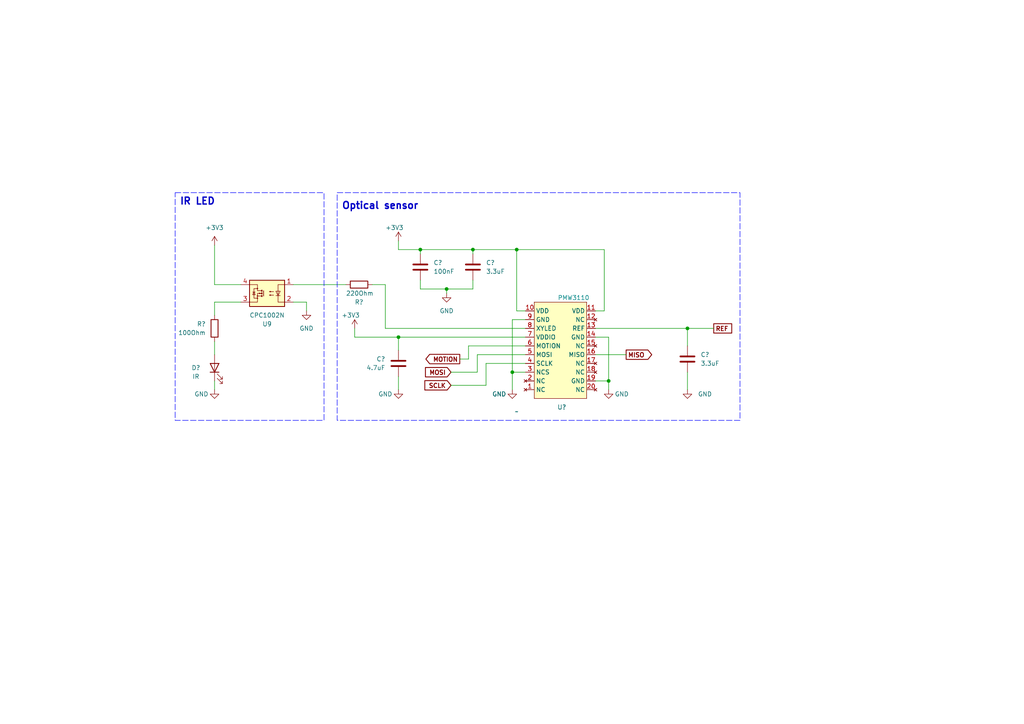
<source format=kicad_sch>
(kicad_sch (version 20230121) (generator eeschema)
  (paper "A4")
  (title_block (title "Optical sensor") (date "2024-01-02") (rev "v1.1") (company "Piotr Zborowski, Łukasz Kus"))
  (lib_symbols
    (symbol "Device:C" (pin_numbers hide) (pin_names (offset 0.254))
      (property "Reference" "C" (at 0.635 2.54 0))
      (property "Value" "C" (at 0.635 -2.54 0))
      (symbol "C_0_1"
        (polyline (pts (xy -2.032 -0.762) (xy 2.032 -0.762)) (stroke (width 0.508)))
        (polyline (pts (xy -2.032 0.762) (xy 2.032 0.762)) (stroke (width 0.508)))
      )
      (symbol "C_1_1"
        (pin passive line (at 0 3.81 270) (length 2.794) (name "~") (number "1"))
        (pin passive line (at 0 -3.81 90) (length 2.794) (name "~") (number "2"))
      )
    )
    (symbol "Device:LED" (pin_numbers hide) (pin_names (offset 1.016) hide)
      (property "Reference" "D" (at 0 2.54 0))
      (property "Value" "LED" (at 0 -2.54 0))
      (symbol "LED_0_1"
        (polyline (pts (xy -1.27 -1.27) (xy -1.27 1.27)) (stroke (width 0.254)))
        (polyline (pts (xy -1.27 0) (xy 1.27 0)))
        (polyline (pts (xy 1.27 -1.27) (xy 1.27 1.27) (xy -1.27 0) (xy 1.27 -1.27)) (stroke (width 0.254)))
        (polyline (pts (xy -3.048 -0.762) (xy -4.572 -2.286) (xy -3.81 -2.286) (xy -4.572 -2.286) (xy -4.572 -1.524)))
        (polyline (pts (xy -1.778 -0.762) (xy -3.302 -2.286) (xy -2.54 -2.286) (xy -3.302 -2.286) (xy -3.302 -1.524)))
      )
      (symbol "LED_1_1"
        (pin passive line (at -3.81 0 0) (length 2.54) (name "K") (number "1"))
        (pin passive line (at 3.81 0 180) (length 2.54) (name "A") (number "2"))
      )
    )
    (symbol "Device:R" (pin_numbers hide) (pin_names (offset 0))
      (property "Reference" "R" (at 2.032 0 90))
      (property "Value" "R" (at 0 0 90))
      (symbol "R_0_1"
        (rectangle (start -1.016 -2.54) (end 1.016 2.54) (stroke (width 0.254)))
      )
      (symbol "R_1_1"
        (pin passive line (at 0 3.81 270) (length 1.27) (name "~") (number "1"))
        (pin passive line (at 0 -3.81 90) (length 1.27) (name "~") (number "2"))
      )
    )
    (symbol "PMW3110:PMW3110"
      (property "Reference" "U3" (at 13.1033 -1.27 0))
      (property "Value" "~" (at 0 0 0))
      (symbol "PMW3110_1_1"
        (rectangle (start 5.08 -3.81) (end 20.32 -31.75) (fill (type background)))
        (text "PMW3110" (at 16.51 -33.02 0) (effects (font (size 1.27 1.27))))
        (pin no_connect line (at 2.54 -6.35 0) (length 2.54) (name "NC") (number "1"))
        (pin power_in line (at 2.54 -29.21 0) (length 2.54) (name "VDD") (number "10"))
        (pin power_in line (at 22.86 -29.21 180) (length 2.54) (name "VDD") (number "11"))
        (pin no_connect line (at 22.86 -26.67 180) (length 2.54) (name "NC") (number "12"))
        (pin power_out line (at 22.86 -24.13 180) (length 2.54) (name "REF") (number "13"))
        (pin passive line (at 22.86 -21.59 180) (length 2.54) (name "GND") (number "14"))
        (pin no_connect line (at 22.86 -19.05 180) (length 2.54) (name "NC") (number "15"))
        (pin output line (at 22.86 -16.51 180) (length 2.54) (name "MISO") (number "16"))
        (pin no_connect line (at 22.86 -13.97 180) (length 2.54) (name "NC") (number "17"))
        (pin no_connect line (at 22.86 -11.43 180) (length 2.54) (name "NC") (number "18"))
        (pin passive line (at 22.86 -8.89 180) (length 2.54) (name "GND") (number "19"))
        (pin no_connect line (at 2.54 -8.89 0) (length 2.54) (name "NC") (number "2"))
        (pin no_connect line (at 22.86 -6.35 180) (length 2.54) (name "NC") (number "20"))
        (pin input line (at 2.54 -11.43 0) (length 2.54) (name "NCS") (number "3"))
        (pin input line (at 2.54 -13.97 0) (length 2.54) (name "SCLK") (number "4"))
        (pin input line (at 2.54 -16.51 0) (length 2.54) (name "MOSI") (number "5"))
        (pin output line (at 2.54 -19.05 0) (length 2.54) (name "MOTION") (number "6"))
        (pin power_in line (at 2.54 -21.59 0) (length 2.54) (name "VDDIO") (number "7"))
        (pin output line (at 2.54 -24.13 0) (length 2.54) (name "XYLED") (number "8"))
        (pin passive line (at 2.54 -26.67 0) (length 2.54) (name "GND") (number "9"))
      )
    )
    (symbol "Relay_SolidState:CPC1002N"
      (property "Reference" "U" (at -5.08 5.08 0))
      (property "Value" "CPC1002N" (at 0 5.08 0))
      (symbol "CPC1002N_0_1"
        (rectangle (start -5.08 3.81) (end 5.08 -3.81) (stroke (width 0.254)) (fill (type background)))
        (polyline (pts (xy -3.81 -0.635) (xy -2.54 -0.635)))
        (polyline (pts (xy 1.016 0.762) (xy 1.016 -0.762)) (stroke (width 0.2032)))
        (polyline (pts (xy 1.524 -0.762) (xy 2.794 -0.762)))
        (polyline (pts (xy 3.429 0.381) (xy 4.191 0.381)))
        (polyline (pts (xy 1.524 -0.635) (xy 1.524 -0.889) (xy 1.524 -0.889)) (stroke (width 0.3556)))
        (polyline (pts (xy 1.524 0.127) (xy 1.524 -0.127) (xy 1.524 -0.127)) (stroke (width 0.3556)))
        (polyline (pts (xy 1.524 0.889) (xy 1.524 0.635) (xy 1.524 0.635)) (stroke (width 0.3556)))
        (polyline (pts (xy -5.08 2.54) (xy -3.175 2.54) (xy -3.175 -2.54) (xy -5.08 -2.54)))
        (polyline (pts (xy -3.175 -0.635) (xy -3.81 0.635) (xy -2.54 0.635) (xy -3.175 -0.635)))
        (polyline (pts (xy 1.524 0) (xy 2.794 0) (xy 2.794 -2.54) (xy 5.08 -2.54)))
        (polyline (pts (xy 1.524 0.762) (xy 2.794 0.762) (xy 2.794 2.54) (xy 5.08 2.54)))
        (polyline (pts (xy 1.778 0) (xy 2.286 0.127) (xy 2.286 -0.127) (xy 1.778 0)))
        (polyline (pts (xy 2.794 -1.397) (xy 3.81 -1.397) (xy 3.81 1.397) (xy 2.794 1.397)))
        (polyline (pts (xy 3.81 0.381) (xy 3.429 -0.381) (xy 4.191 -0.381) (xy 3.81 0.381)))
        (polyline (pts (xy -1.905 -0.508) (xy -0.635 -0.508) (xy -1.016 -0.635) (xy -1.016 -0.381) (xy -0.635 -0.508)))
        (polyline (pts (xy -1.905 0.508) (xy -0.635 0.508) (xy -1.016 0.381) (xy -1.016 0.635) (xy -0.635 0.508)))
        (circle (center 2.794 -1.397) (radius 0.127))
        (circle (center 2.794 -0.762) (radius 0.127))
        (circle (center 2.794 1.397) (radius 0.127))
      )
      (symbol "CPC1002N_1_1"
        (pin passive line (at -7.62 2.54 0) (length 2.54) (name "~") (number "1"))
        (pin passive line (at -7.62 -2.54 0) (length 2.54) (name "~") (number "2"))
        (pin passive line (at 7.62 -2.54 180) (length 2.54) (name "~") (number "3"))
        (pin passive line (at 7.62 2.54 180) (length 2.54) (name "~") (number "4"))
      )
    )
    (symbol "power:+3V3" (power) (pin_names (offset 0))
      (property "Value" "+3V3" (at 0 3.556 0))
      (symbol "+3V3_0_1"
        (polyline (pts (xy -0.762 1.27) (xy 0 2.54)))
        (polyline (pts (xy 0 0) (xy 0 2.54)))
        (polyline (pts (xy 0 2.54) (xy 0.762 1.27)))
      )
      (symbol "+3V3_1_1"
        (pin power_in line (at 0 0 90) (length 0) hide (name "+3V3") (number "1"))
      )
    )
    (symbol "power:GND" (power) (pin_names (offset 0))
      (property "Value" "GND" (at 0 -3.81 0))
      (symbol "GND_0_1"
        (polyline (pts (xy 0 0) (xy 0 -1.27) (xy 1.27 -1.27) (xy 0 -2.54) (xy -1.27 -1.27) (xy 0 -1.27)))
      )
      (symbol "GND_1_1"
        (pin power_in line (at 0 0 270) (length 0) hide (name "GND") (number "1"))
      )
    )
  )
  (junction (at 149.86 72.39))
  (junction (at 176.53 110.49))
  (junction (at 199.39 95.25))
  (junction (at 129.54 83.82))
  (junction (at 148.59 107.95))
  (junction (at 115.57 97.79))
  (junction (at 137.16 72.39))
  (junction (at 121.92 72.39))
  (wire (pts (xy 115.57 109.22) (xy 115.57 113.03)))
  (wire (pts (xy 102.87 97.79) (xy 115.57 97.79)))
  (wire (pts (xy 149.86 72.39) (xy 137.16 72.39)))
  (wire (pts (xy 115.57 97.79) (xy 152.4 97.79)))
  (wire (pts (xy 199.39 107.95) (xy 199.39 113.03)))
  (wire (pts (xy 111.76 95.25) (xy 152.4 95.25)))
  (wire (pts (xy 172.72 97.79) (xy 176.53 97.79)))
  (wire (pts (xy 137.16 83.82) (xy 129.54 83.82)))
  (wire (pts (xy 121.92 83.82) (xy 129.54 83.82)))
  (wire (pts (xy 140.97 111.76) (xy 140.97 105.41)))
  (wire (pts (xy 85.09 87.63) (xy 88.9 87.63)))
  (wire (pts (xy 172.72 95.25) (xy 199.39 95.25)))
  (wire (pts (xy 62.23 87.63) (xy 62.23 91.44)))
  (wire (pts (xy 62.23 87.63) (xy 69.85 87.63)))
  (wire (pts (xy 62.23 82.55) (xy 69.85 82.55)))
  (wire (pts (xy 152.4 102.87) (xy 138.43 102.87)))
  (wire (pts (xy 107.95 82.55) (xy 111.76 82.55)))
  (wire (pts (xy 152.4 90.17) (xy 149.86 90.17)))
  (wire (pts (xy 88.9 87.63) (xy 88.9 90.17)))
  (wire (pts (xy 115.57 72.39) (xy 121.92 72.39)))
  (wire (pts (xy 137.16 72.39) (xy 121.92 72.39)))
  (wire (pts (xy 115.57 101.6) (xy 115.57 97.79)))
  (wire (pts (xy 138.43 102.87) (xy 138.43 107.95)))
  (wire (pts (xy 121.92 72.39) (xy 121.92 73.66)))
  (wire (pts (xy 175.26 90.17) (xy 175.26 72.39)))
  (wire (pts (xy 176.53 110.49) (xy 176.53 113.03)))
  (wire (pts (xy 199.39 95.25) (xy 207.01 95.25)))
  (wire (pts (xy 133.35 104.14) (xy 135.89 104.14)))
  (wire (pts (xy 148.59 92.71) (xy 148.59 107.95)))
  (wire (pts (xy 138.43 107.95) (xy 130.81 107.95)))
  (wire (pts (xy 62.23 71.12) (xy 62.23 82.55)))
  (wire (pts (xy 148.59 107.95) (xy 148.59 113.03)))
  (wire (pts (xy 135.89 100.33) (xy 152.4 100.33)))
  (wire (pts (xy 62.23 102.87) (xy 62.23 99.06)))
  (wire (pts (xy 149.86 90.17) (xy 149.86 72.39)))
  (wire (pts (xy 148.59 107.95) (xy 152.4 107.95)))
  (wire (pts (xy 135.89 104.14) (xy 135.89 100.33)))
  (wire (pts (xy 175.26 72.39) (xy 149.86 72.39)))
  (wire (pts (xy 130.81 111.76) (xy 140.97 111.76)))
  (wire (pts (xy 111.76 82.55) (xy 111.76 95.25)))
  (wire (pts (xy 62.23 110.49) (xy 62.23 113.03)))
  (wire (pts (xy 102.87 95.25) (xy 102.87 97.79)))
  (wire (pts (xy 137.16 73.66) (xy 137.16 72.39)))
  (wire (pts (xy 121.92 81.28) (xy 121.92 83.82)))
  (wire (pts (xy 176.53 97.79) (xy 176.53 110.49)))
  (wire (pts (xy 85.09 82.55) (xy 100.33 82.55)))
  (wire (pts (xy 199.39 100.33) (xy 199.39 95.25)))
  (wire (pts (xy 176.53 110.49) (xy 172.72 110.49)))
  (wire (pts (xy 172.72 102.87) (xy 181.61 102.87)))
  (wire (pts (xy 129.54 83.82) (xy 129.54 85.09)))
  (wire (pts (xy 115.57 69.85) (xy 115.57 72.39)))
  (wire (pts (xy 172.72 90.17) (xy 175.26 90.17)))
  (wire (pts (xy 137.16 81.28) (xy 137.16 83.82)))
  (wire (pts (xy 140.97 105.41) (xy 152.4 105.41)))
  (wire (pts (xy 152.4 92.71) (xy 148.59 92.71)))
  (rectangle (start 97.79 55.88) (end 214.63 121.92) (stroke (width 0) (type dash) (color 0 0 255 1)))
  (rectangle (start 50.8 55.88) (end 93.98 121.92) (stroke (width 0) (type dash) (color 0 0 255 1)))
  (text "IR LED" (at 52.07 59.69 0) (effects (font (size 2 2) bold) (justify left bottom)))
  (text "Optical sensor" (at 99.06 60.96 0) (effects (font (size 2 2) bold) (justify left bottom)))
  (global_label "MISO" (shape output) (at 181.61 102.87 0) (effects (font bold)) (property "Intersheetrefs" "${INTERSHEET_REFS}" (effects hide)))
  (global_label "MOTION" (shape output) (at 133.35 104.14 180) (effects (font bold)) (property "Intersheetrefs" "${INTERSHEET_REFS}" (effects hide)))
  (global_label "REF" (shape passive) (at 207.01 95.25 0) (effects (font bold)) (property "Intersheetrefs" "${INTERSHEET_REFS}" (effects hide)))
  (global_label "SCLK" (shape input) (at 130.81 111.76 180) (effects (font bold)) (property "Intersheetrefs" "${INTERSHEET_REFS}" (effects hide)))
  (global_label "MOSI" (shape input) (at 130.81 107.95 180) (effects (font bold)) (property "Intersheetrefs" "${INTERSHEET_REFS}" (effects hide)))
  (symbol (lib_id "Device:C") (at 199.39 104.14 0) (unit 1)
    (property "Reference" "C?" (at 203.2 102.87 0) (effects (justify left)))
    (property "Value" "3.3uF" (at 203.2 105.41 0) (effects (justify left)))
    (property "Footprint" "Capacitor_SMD:C_0805_2012Metric" (effects hide))
    (instances (project "Computer Mouse" (path "" (reference "C?") (unit 1)) (path "" (reference "C18") (unit 1))))
  )
  (symbol (lib_id "Device:R") (at 62.23 95.25 0) (mirror y) (unit 1)
    (property "Reference" "R?" (at 59.69 93.98 0) (effects (justify left)))
    (property "Value" "100Ohm" (at 59.69 96.52 0) (effects (justify left)))
    (property "Footprint" "Resistor_SMD:R_0805_2012Metric" (effects hide))
    (instances (project "Computer Mouse" (path "" (reference "R?") (unit 1)) (path "" (reference "R15") (unit 1))))
  )
  (symbol (lib_id "power:+3V3") (at 115.57 69.85 0) (unit 1)
    (property "Reference" "#PWR?" (effects hide))
    (property "Value" "+3V3" (at 111.76 66.04 0) (effects (justify left)))
    (instances (project "Computer Mouse" (path "" (reference "#PWR?") (unit 1)) (path "" (reference "#PWR035") (unit 1))))
  )
  (symbol (lib_id "Relay_SolidState:CPC1002N") (at 77.47 85.09 0) (mirror y) (unit 1)
    (property "Reference" "U9" (at 77.47 93.98 0))
    (property "Value" "CPC1002N" (at 77.47 91.44 0))
    (property "Footprint" "Package_SO:SOP-4_3.8x4.1mm_P2.54mm" (effects hide))
    (property "Datasheet" "http://www.ixysic.com/home/pdfs.nsf/www/CPC1002N.pdf/$file/CPC1002N.pdf" (effects hide))
    (instances (project "Computer Mouse" (path "" (reference "U9") (unit 1)) (path "" (reference "U8") (unit 1))))
  )
  (symbol (lib_id "PMW3110:PMW3110") (at 149.86 119.38 0) (mirror x) (unit 1)
    (property "Reference" "U?" (at 162.9633 118.11 0))
    (property "Value" "~" (at 149.86 119.38 0))
    (property "Footprint" "PMW3310:PMW3110DH-AWQT" (effects hide))
    (instances (project "Computer Mouse" (path "" (reference "U?") (unit 1)) (path "" (reference "U9") (unit 1))))
  )
  (symbol (lib_id "power:GND") (at 176.53 113.03 0) (unit 1)
    (property "Reference" "#PWR?" (effects hide))
    (property "Value" "GND" (at 180.34 114.3 0))
    (instances (project "Computer Mouse" (path "" (reference "#PWR?") (unit 1)) (path "" (reference "#PWR043") (unit 1))))
  )
  (symbol (lib_id "power:GND") (at 129.54 85.09 0) (unit 1)
    (property "Reference" "#PWR?" (effects hide))
    (property "Value" "GND" (at 129.54 90.17 0))
    (instances (project "Computer Mouse" (path "" (reference "#PWR?") (unit 1)) (path "" (reference "#PWR037") (unit 1))))
  )
  (symbol (lib_id "power:GND") (at 115.57 113.03 0) (unit 1)
    (property "Reference" "#PWR?" (effects hide))
    (property "Value" "GND" (at 111.76 114.3 0))
    (instances (project "Computer Mouse" (path "" (reference "#PWR?") (unit 1)) (path "" (reference "#PWR041") (unit 1))))
  )
  (symbol (lib_id "Device:C") (at 115.57 105.41 0) (mirror y) (unit 1)
    (property "Reference" "C?" (at 111.76 104.14 0) (effects (justify left)))
    (property "Value" "4.7uF" (at 111.76 106.68 0) (effects (justify left)))
    (property "Footprint" "Capacitor_SMD:C_0603_1608Metric" (effects hide))
    (instances (project "Computer Mouse" (path "" (reference "C?") (unit 1)) (path "" (reference "C19") (unit 1))))
  )
  (symbol (lib_id "power:GND") (at 148.59 113.03 0) (mirror y) (unit 1)
    (property "Reference" "#PWR?" (effects hide))
    (property "Value" "GND" (at 144.78 114.3 0))
    (instances (project "Computer Mouse" (path "" (reference "#PWR?") (unit 1)) (path "" (reference "#PWR042") (unit 1))))
  )
  (symbol (lib_id "Device:C") (at 121.92 77.47 0) (unit 1)
    (property "Reference" "C?" (at 125.73 76.2 0) (effects (justify left)))
    (property "Value" "100nF" (at 125.73 78.74 0) (effects (justify left)))
    (property "Footprint" "Capacitor_SMD:C_0805_2012Metric" (effects hide))
    (instances (project "Computer Mouse" (path "" (reference "C?") (unit 1)) (path "" (reference "C16") (unit 1))))
  )
  (symbol (lib_id "Device:LED") (at 62.23 106.68 90) (unit 1)
    (property "Reference" "D?" (at 56.8325 106.68 90))
    (property "Value" "IR" (at 56.8325 109.22 90))
    (property "Footprint" "LED_THT:LED_D5.0mm_Horizontal_O1.27mm_Z3.0mm_Clear" (effects hide))
    (instances (project "Computer Mouse" (path "" (reference "D?") (unit 1)) (path "" (reference "D2") (unit 1))))
  )
  (symbol (lib_id "Device:C") (at 137.16 77.47 0) (unit 1)
    (property "Reference" "C?" (at 140.97 76.2 0) (effects (justify left)))
    (property "Value" "3.3uF" (at 140.97 78.74 0) (effects (justify left)))
    (property "Footprint" "Capacitor_SMD:C_0805_2012Metric" (effects hide))
    (instances (project "Computer Mouse" (path "" (reference "C?") (unit 1)) (path "" (reference "C17") (unit 1))))
  )
  (symbol (lib_id "power:+3V3") (at 62.23 71.12 0) (unit 1)
    (property "Reference" "#PWR?" (effects hide))
    (property "Value" "+3V3" (at 62.23 66.04 0))
    (instances (project "Computer Mouse" (path "" (reference "#PWR?") (unit 1)) (path "" (reference "#PWR036") (unit 1))))
  )
  (symbol (lib_id "power:GND") (at 88.9 90.17 0) (unit 1)
    (property "Reference" "#PWR?" (effects hide))
    (property "Value" "GND" (at 88.9 95.25 0))
    (instances (project "Computer Mouse" (path "" (reference "#PWR?") (unit 1)) (path "" (reference "#PWR060") (unit 1)) (path "" (reference "#PWR038") (unit 1))))
  )
  (symbol (lib_id "power:+3V3") (at 102.87 95.25 0) (unit 1)
    (property "Reference" "#PWR?" (effects hide))
    (property "Value" "+3V3" (at 99.06 91.44 0) (effects (justify left)))
    (instances (project "Computer Mouse" (path "" (reference "#PWR?") (unit 1)) (path "" (reference "#PWR039") (unit 1))))
  )
  (symbol (lib_id "power:GND") (at 199.39 113.03 0) (unit 1)
    (property "Reference" "#PWR?" (effects hide))
    (property "Value" "GND" (at 204.47 114.3 0))
    (instances (project "Computer Mouse" (path "" (reference "#PWR?") (unit 1)) (path "" (reference "#PWR044") (unit 1))))
  )
  (symbol (lib_id "power:GND") (at 62.23 113.03 0) (unit 1)
    (property "Reference" "#PWR?" (effects hide))
    (property "Value" "GND" (at 58.42 114.3 0))
    (instances (project "Computer Mouse" (path "" (reference "#PWR?") (unit 1)) (path "" (reference "#PWR040") (unit 1))))
  )
  (symbol (lib_id "Device:R") (at 104.14 82.55 270) (unit 1)
    (property "Reference" "R?" (at 102.87 87.63 90) (effects (justify left)))
    (property "Value" "220Ohm" (at 100.33 85.09 90) (effects (justify left)))
    (property "Footprint" "Resistor_SMD:R_1206_3216Metric" (effects hide))
    (instances (project "Computer Mouse" (path "" (reference "R?") (unit 1)) (path "" (reference "R2") (unit 1)) (path "" (reference "R14") (unit 1))))
  )
)
</source>
